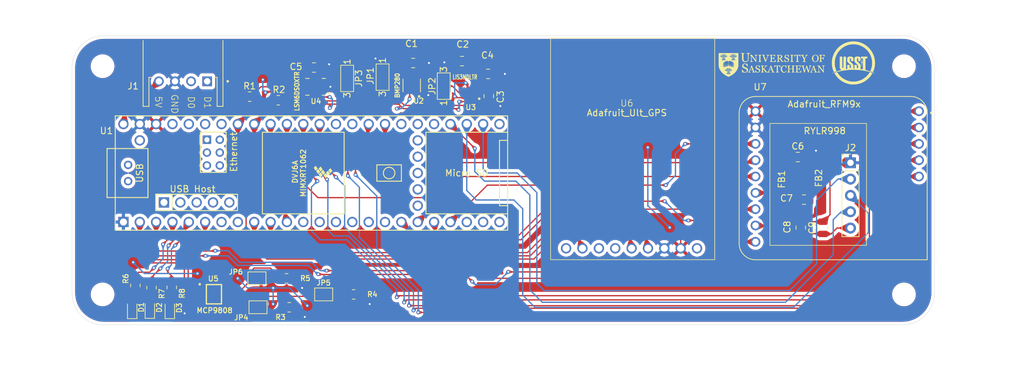
<source format=kicad_pcb>
(kicad_pcb (version 20240108) (generator "pcbnew") (generator_version "8.0")
  (layers (0 "F.Cu" signal) (31 "B.Cu" power) (34 "B.Paste" user) (35 "F.Paste" user) (36 "B.SilkS" user "B.Silkscreen") (37 "F.SilkS" user "F.Silkscreen") (38 "B.Mask" user) (39 "F.Mask" user) (44 "Edge.Cuts" user))
  (net 0 "")
  (net 1 "GND")
  (net 2 "VDD")
  (net 3 "Net-(U3-C1)")
  (net 6 "Net-(JP1-C)")
  (net 7 "Net-(JP2-C)")
  (net 8 "Net-(JP3-C)")
  (net 9 "/SCL")
  (net 10 "/SDA")
  (net 15 "Net-(JP4-A)")
  (net 17 "Net-(J2-Pin_5)")
  (net 20 "/GPS_TX")
  (net 23 "Net-(JP5-A)")
  (net 25 "/RADIO2_RX")
  (net 26 "/RADIO2_RST")
  (net 31 "Net-(JP6-A)")
  (net 35 "/RADIO_RST")
  (net 36 "/RADIO_G5")
  (net 37 "/RADIO_G1")
  (net 38 "/RADIO_EN")
  (net 46 "/RADIO_G2")
  (net 48 "/GPS_RX")
  (net 52 "/RADIO_G3")
  (net 54 "/GPS_EN")
  (net 57 "/RADIO_G0")
  (net 60 "/RADIO_CS")
  (net 65 "/5V_VIN")
  (net 67 "/RADIO_G4")
  (net 70 "/MAG_DRDY")
  (net 71 "/MAG_INT")
  (net 72 "/IMU_INT2")
  (net 75 "/IMU_INT1")
  (net 80 "/SPI_MOSI")
  (net 81 "/SPI_MISO")
  (net 82 "/SPI_SCK")
  (net 83 "/T_ALERT")
  (net 84 "/RADIO2_TX")
  (net 85 "Net-(D1-A)")
  (net 86 "Net-(D2-A)")
  (net 87 "Net-(D3-A)")
  (net 88 "/LED0")
  (net 89 "/LED1")
  (net 90 "/LED2")
  (footprint "MountingHole:MountingHole_3.2mm_M3" (layer "F.Cu") (at 106 42.5)
    (property "Reference" "H1")
    (property "Value" "MountingHole" (hide yes))
  )
  (footprint "Resistor_SMD:R_0805_2012Metric" (layer "F.Cu") (at 134.5875 75.5)
    (property "Reference" "R5")
    (property "Value" "10k")
  )
  (footprint "USST_logo:USST_logo_Small" (layer "F.Cu") (at 222.65 42)
    (property "Reference" "G***" (hide yes))
    (property "Value" "LOGO" (hide yes))
  )
  (footprint "LED_SMD:LED_0603_1608Metric" (layer "F.Cu") (at 116.45 80.2875 90)
    (property "Reference" "D3")
    (property "Value" "LED" (hide yes))
  )
  (footprint "Capacitor_SMD:C_0805_2012Metric" (layer "F.Cu") (at 161.85 41.7 180)
    (property "Reference" "C2")
    (property "Value" "100nF")
  )
  (footprint "custom_library:Adafuit_RFM9x" (layer "F.Cu") (at 219.5 59.914)
    (property "Reference" "U7")
    (property "Value" "Adafruit_RFM9x")
  )
  (footprint "custom_library:Teensy41" (layer "F.Cu") (at 138.45 59.12)
    (property "Reference" "U1")
    (property "Value" "Teensy4.1")
  )
  (footprint "Resistor_SMD:R_0805_2012Metric" (layer "F.Cu") (at 133.3 47.8)
    (property "Reference" "R2")
    (property "Value" "4k7")
  )
  (footprint "Capacitor_SMD:C_0805_2012Metric" (layer "F.Cu") (at 217.92 67.64 90)
    (property "Reference" "C9")
    (property "Value" "47pF")
  )
  (footprint "Jumper:SolderJumper-2_P1.3mm_Open_Pad1.0x1.5mm" (layer "F.Cu") (at 130.15 80)
    (property "Reference" "JP4")
    (property "Value" "SolderJumper_2_Open" (hide yes))
  )
  (footprint "Resistor_SMD:R_0805_2012Metric" (layer "F.Cu") (at 145 78)
    (property "Reference" "R4")
    (property "Value" "10k")
  )
  (footprint "custom_library:LSM6DSOXTR" (layer "F.Cu") (at 139.1 45.71 180)
    (property "Reference" "U4")
    (property "Value" "LSM6DSOXTR")
  )
  (footprint "Resistor_SMD:R_0805_2012Metric" (layer "F.Cu") (at 111.1 76.6125 -90)
    (property "Reference" "R6")
    (property "Value" "10k" (hide yes))
  )
  (footprint "MountingHole:MountingHole_3.2mm_M3" (layer "F.Cu") (at 230.5 78)
    (property "Reference" "H4")
    (property "Value" "MountingHole" (hide yes))
  )
  (footprint "Capacitor_SMD:C_0805_2012Metric" (layer "F.Cu") (at 214.47 67.61 90)
    (property "Reference" "C8")
    (property "Value" "0.1uF")
  )
  (footprint "Capacitor_SMD:C_0805_2012Metric" (layer "F.Cu") (at 165.9 43.7)
    (property "Reference" "C4")
    (property "Value" "100nF")
  )
  (footprint "Resistor_SMD:R_0805_2012Metric" (layer "F.Cu") (at 128.8475 47.24)
    (property "Reference" "R1")
    (property "Value" "4k7")
  )
  (footprint "Capacitor_SMD:C_0805_2012Metric" (layer "F.Cu") (at 166 47.15 -90)
    (property "Reference" "C3")
    (property "Value" "1uF")
  )
  (footprint "Jumper:SolderJumper-3_P1.3mm_Open_Pad1.0x1.5mm_NumberLabels" (layer "F.Cu") (at 144 44.4 -90)
    (property "Reference" "JP3")
    (property "Value" "SolderJumper_3_Open" (hide yes))
  )
  (footprint "MountingHole:MountingHole_3.2mm_M3" (layer "F.Cu") (at 230.5 42.5)
    (property "Reference" "H3")
    (property "Value" "MountingHole" (hide yes))
  )
  (footprint "Resistor_SMD:R_0805_2012Metric" (layer "F.Cu") (at 113.6 76.95 -90)
    (property "Reference" "R7")
    (property "Value" "10k" (hide yes))
  )
  (footprint "LED_SMD:LED_0603_1608Metric" (layer "F.Cu") (at 110.6 80.2875 90)
    (property "Reference" "D1")
    (property "Value" "LED" (hide yes))
  )
  (footprint "custom_library:Adafruit_Ult_GPS" (layer "F.Cu") (at 175.6 38.1)
    (property "Reference" "U6")
    (property "Value" "Adafruit_Ult_GPS")
  )
  (footprint "Capacitor_SMD:C_0805_2012Metric" (layer "F.Cu") (at 214.01 56.63)
    (property "Reference" "C6")
    (property "Value" "10uF")
  )
  (footprint "Inductor_SMD:L_0402_1005Metric" (layer "F.Cu") (at 212.96 60.1 -90)
    (property "Reference" "FB1")
    (property "Value" "FerriteBead" (hide yes))
  )
  (footprint "MountingHole:MountingHole_3.2mm_M3" (layer "F.Cu") (at 106 78)
    (property "Reference" "H2")
    (property "Value" "MountingHole" (hide yes))
  )
  (footprint "Capacitor_SMD:C_0805_2012Metric" (layer "F.Cu") (at 138.85 42.7 180)
    (property "Reference" "C5")
    (property "Value" "100nF")
  )
  (footprint "USST_logo:usask_logo_15x3.4_silkscreen" (layer "F.Cu") (at 209.95 42.3)
    (property "Reference" "G***" (hide yes))
    (property "Value" "LOGO" (hide yes))
  )
  (footprint "custom_library:LIS3MDLTR" (layer "F.Cu") (at 162.95 46.7375 180)
    (property "Reference" "U3")
    (property "Value" "LIS3MDLTR")
  )
  (footprint "Jumper:SolderJumper-3_P1.3mm_Open_Pad1.0x1.5mm_NumberLabels" (layer "F.Cu") (at 159 45.6 90)
    (property "Reference" "JP2")
    (property "Value" "SolderJumper_3_Open" (hide yes))
  )
  (footprint "custom_library:BMP280" (layer "F.Cu") (at 154.025 45.5 -90)
    (property "Reference" "U2")
    (property "Value" "BMP280")
  )
  (footprint "Capacitor_SMD:C_0805_2012Metric" (layer "F.Cu") (at 214.97 63.26)
    (property "Reference" "C7")
    (property "Value" "10uF")
  )
  (footprint "Jumper:SolderJumper-2_P1.3mm_Open_Pad1.0x1.5mm" (layer "F.Cu") (at 129.975 75.5)
    (property "Reference" "JP6")
    (property "Value" "SolderJumper_2_Open" (hide yes))
  )
  (footprint "Resistor_SMD:R_0805_2012Metric" (layer "F.Cu") (at 116.75 76.9125 -90)
    (property "Reference" "R8")
    (property "Value" "10k" (hide yes))
  )
  (footprint "custom_library:MCP9808T-E_MS" (layer "F.Cu") (at 123.3 77.975)
    (property "Reference" "U5")
    (property "Value" "MCP9808")
  )
  (footprint "Connector_PinHeader_2.54mm:PinHeader_1x05_P2.54mm_Vertical" (layer "F.Cu") (at 222.19 57.52)
    (property "Reference" "J2")
    (property "Value" "Conn_01x05_Pin" (hide yes))
  )
  (footprint "Resistor_SMD:R_0805_2012Metric" (layer "F.Cu") (at 135 80)
    (property "Reference" "R3")
    (property "Value" "10k")
  )
  (footprint "Inductor_SMD:L_0402_1005Metric" (layer "F.Cu") (at 215.92 59.76 90)
    (property "Reference" "FB2")
    (property "Value" "FerriteBead" (hide yes))
  )
  (footprint "Capacitor_SMD:C_0805_2012Metric" (layer "F.Cu") (at 154.25 42)
    (property "Reference" "C1")
    (property "Value" "100nF")
  )
  (footprint "Jumper:SolderJumper-3_P1.3mm_Open_Pad1.0x1.5mm_NumberLabels" (layer "F.Cu") (at 149.5 44.2 -90)
    (property "Reference" "JP1")
    (property "Value" "SolderJumper_3_Open" (hide yes))
  )
  (footprint "custom_library:JST_S4B-XH-A-1" (layer "F.Cu") (at 118.5 43 180)
    (property "Reference" "J1")
    (property "Value" "JST_S4B-XH-A-1")
  )
  (footprint "Jumper:SolderJumper-2_P1.3mm_Open_Pad1.0x1.5mm" (layer "F.Cu") (at 140.35 78)
    (property "Reference" "JP5")
    (property "Value" "SolderJumper_2_Open" (hide yes))
  )
  (footprint "LED_SMD:LED_0603_1608Metric" (layer "F.Cu") (at 113.35 80.2375 90)
    (property "Reference" "D2")
    (property "Value" "LED" (hide yes))
  )
  (gr_rect (start 209.67 51.41) (end 224.68 70.37) (stroke (width 0.1)) (fill none) (layer "F.SilkS"))
  (gr_line (start 106.25 37.75) (end 230.25 37.75) (stroke (width 0.05)) (layer "Edge.Cuts"))
  (gr_arc (start 106.25 82.75) (mid 102.714466 81.285534) (end 101.25 77.75) (stroke (width 0.05)) (layer "Edge.Cuts"))
  (gr_arc (start 101.25 42.75) (mid 102.714466 39.214466) (end 106.25 37.75) (stroke (width 0.05)) (layer "Edge.Cuts"))
  (gr_arc (start 230.25 37.75) (mid 233.785534 39.214466) (end 235.25 42.75) (stroke (width 0.05)) (layer "Edge.Cuts"))
  (gr_line (start 101.25 77.75) (end 101.25 42.75) (stroke (width 0.05)) (layer "Edge.Cuts"))
  (gr_line (start 230.25 82.75) (end 106.25 82.75) (stroke (width 0.05)) (layer "Edge.Cuts"))
  (gr_arc (start 235.25 77.75) (mid 233.785534 81.285534) (end 230.25 82.75) (stroke (width 0.05)) (layer "Edge.Cuts"))
  (gr_line (start 235.25 42.75) (end 235.25 77.75) (stroke (width 0.05)) (layer "Edge.Cuts"))
  (gr_text "5V" (at 114.1 47.1 -90) (layer "F.SilkS") (effects (font (size 1 1) (thickness 0.1)) (justify left bottom)))
  (gr_text "D0" (at 119.18 47.1 270) (layer "F.SilkS") (effects (font (size 1 1) (thickness 0.1)) (justify left bottom)))
  (gr_text "RYLR998" (at 214.83 53.15 0) (layer "F.SilkS") (effects (font (size 1 1)) (justify left bottom)))
  (gr_text "GND" (at 116.6 46.8 270) (layer "F.SilkS") (effects (font (size 1 1) (thickness 0.1)) (justify left bottom)))
  (gr_text "D1" (at 121.72 47.1 270) (layer "F.SilkS") (effects (font (size 1 1) (thickness 0.1)) (justify left bottom)))
  (segment (start 167.2 48.1) (end 167.8 48.7) (width 0.2) (layer "F.Cu") (net 1))
  (segment (start 216.83 55.64) (end 216.9 55.64) (width 0.2) (layer "F.Cu") (net 1))
  (segment (start 214.47 66.59) (end 215.92 65.14) (width 0.2) (layer "F.Cu") (net 1))
  (segment (start 219.01 65.61) (end 219.01 58.73) (width 0.2) (layer "F.Cu") (net 1))
  (segment (start 140.3 42.2) (end 141.2 42.2) (width 0.2) (layer "F.Cu") (net 1))
  (segment (start 155.2 43.1) (end 155.2 42) (width 0.2) (layer "F.Cu") (net 1))
  (segment (start 140.26 45.46) (end 141.16 45.46) (width 0.2) (layer "F.Cu") (net 1))
  (segment (start 219.01 58.73) (end 220.22 57.52) (width 0.2) (layer "F.Cu") (net 1))
  (segment (start 155 46.3) (end 155.9 46.3) (width 0.2) (layer "F.Cu") (net 1))
  (segment (start 214.5 66.69) (end 214.47 66.66) (width 0.2) (layer "F.Cu") (net 1))
  (segment (start 140.26 45.96) (end 141.14 45.96) (width 0.2) (layer "F.Cu") (net 1))
  (segment (start 217.93 66.69) (end 219.01 65.61) (width 0.2) (layer "F.Cu") (net 1))
  (segment (start 166 48.1) (end 167.2 48.1) (width 0.2) (layer "F.Cu") (net 1))
  (segment (start 163.7125 46.9875) (end 164.8875 46.9875) (width 0.2) (layer "F.Cu") (net 1))
  (segment (start 166.85 43.7) (end 168.5 43.7) (width 0.2) (layer "F.Cu") (net 1))
  (segment (start 135.9125 80) (end 137.4125 81.5) (width 0.2) (layer "F.Cu") (net 1))
  (segment (start 118.75 80.95) (end 120.75 78.95) (width 0.2) (layer "F.Cu") (net 1))
  (segment (start 155.2 42) (end 156.7 42) (width 0.2) (layer "F.Cu") (net 1))
  (segment (start 215.95 55.64) (end 216.83 55.64) (width 0.2) (layer "F.Cu") (net 1))
  (segment (start 141.16 45.46) (end 141.4 45.7) (width 0.2) (layer "F.Cu") (net 1))
  (segment (start 217.92 66.69) (end 214.5 66.69) (width 0.2) (layer "F.Cu") (net 1))
  (segment (start 142.1 43.1) (end 141.2 42.2) (width 0.2) (layer "F.Cu") (net 1))
  (segment (start 215.92 65.14) (end 215.92 63.26) (width 0.2) (layer "F.Cu") (net 1))
  (segment (start 144 43.1) (end 142.1 43.1) (width 0.2) (layer "F.Cu") (net 1))
  (segment (start 217.92 66.69) (end 217.93 66.69) (width 0.2) (layer "F.Cu") (net 1))
  (segment (start 163.2 47.0375) (end 163.25 46.9875) (width 0.2) (layer "F.Cu") (net 1))
  (segment (start 120.75 78.95) (end 121.1 78.95) (width 0.2) (layer "F.Cu") (net 1))
  (segment (start 141.14 45.96) (end 141.4 45.7) (width 0.2) (layer "F.Cu") (net 1))
  (segment (start 163.25 46.9875) (end 163.7125 46.9875) (width 0.2) (layer "F.Cu") (net 1))
  (segment (start 159.3 41.7) (end 159.1 41.9) (width 0.2) (layer "F.Cu") (net 1))
  (segment (start 139.1 44.2) (end 139.8 43.5) (width 0.2) (layer "F.Cu") (net 1))
  (segment (start 146 78) (end 147.5 79.5) (width 0.2) (layer "F.Cu") (net 1))
  (segment (start 149.5 42.9) (end 148.4 41.8) (width 0.2) (layer "F.Cu") (net 1))
  (segment (start 135.5 75.5) (end 137 77) (width 0.2) (layer "F.Cu") (net 1))
  (segment (start 214.96 58.315) (end 215.92 59.275) (width 0.2) (layer "F.Cu") (net 1))
  (segment (start 154.35 44.7) (end 154.35 43.95) (width 0.2) (layer "F.Cu") (net 1))
  (segment (start 148.4 41.8) (end 148.4 41.3) (width 0.2) (layer "F.Cu") (net 1))
  (segment (start 118.625 81.075) (end 116.45 81.075) (width 0.2) (layer "F.Cu") (net 1))
  (segment (start 220.22 57.52) (end 222.19 57.52) (width 0.2) (layer "F.Cu") (net 1))
  (segment (start 163.7125 46.4875) (end 163.7125 46.9875) (width 0.2) (layer "F.Cu") (net 1))
  (segment (start 139.8 42.7) (end 140.3 42.2) (width 0.2) (layer "F.Cu") (net 1))
  (segment (start 214.96 56.63) (end 214.96 58.315) (width 0.2) (layer "F.Cu") (net 1))
  (segment (start 138.6 44.8) (end 139.1 44.8) (width 0.2) (layer "F.Cu") (net 1))
  (segment (start 214.47 66.66) (end 214.47 66.59) (width 0.2) (layer "F.Cu") (net 1))
  (segment (start 215.92 63.26) (end 215.92 60.245) (width 0.2) (layer "F.Cu") (net 1))
  (segment (start 118.75 80.95) (end 118.625 81.075) (width 0.2) (layer "F.Cu") (net 1))
  (segment (start 214.96 56.63) (end 215.95 55.64) (width 0.2) (layer "F.Cu") (net 1))
  (segment (start 113.35 81.025) (end 116.4 81.025) (width 0.2) (layer "F.Cu") (net 1))
  (segment (start 139.8 43.5) (end 139.8 42.7) (width 0.2) (layer "F.Cu") (net 1))
  (segment (start 159.7 47) (end 156.6 47) (width 0.2) (layer "F.Cu") (net 1))
  (segment (start 116.4 81.025) (end 116.45 81.075) (width 0.2) (layer "F.Cu") (net 1))
  (segment (start 163.2 47.5) (end 163.2 47.0375) (width 0.2) (layer "F.Cu") (net 1))
  (segment (start 154.35 43.95) (end 155.2 43.1) (width 0.2) (layer "F.Cu") (net 1))
  (segment (start 160.9 41.7) (end 159.3 41.7) (width 0.2) (layer "F.Cu") (net 1))
  (segment (start 139.1 44.8) (end 139.1 44.2) (width 0.2) (layer "F.Cu") (net 1))
  (segment (start 155.9 46.3) (end 156.6 47) (width 0.2) (layer "F.Cu") (net 1))
  (segment (start 113.3 81.075) (end 113.35 81.025) (width 0.2) (layer "F.Cu") (net 1))
  (segment (start 164.8875 46.9875) (end 166 48.1) (width 0.2) (layer "F.Cu") (net 1))
  (segment (start 110.6 81.075) (end 113.3 81.075) (width 0.2) (layer "F.Cu") (net 1))
  (via (at 137.4125 81.5) (size 0.6) (drill 0.3) (layers "F.Cu" "B.Cu") (net 1))
  (via (at 167.8 48.7) (size 0.6) (drill 0.3) (layers "F.Cu" "B.Cu") (net 1))
  (via (at 148.4 41.3) (size 0.6) (drill 0.3) (layers "F.Cu" "B.Cu") (net 1))
  (via (at 216.83 55.64) (size 0.6) (drill 0.3) (layers "F.Cu" "B.Cu") (net 1))
  (via (at 118.75 80.95) (size 0.6) (drill 0.3) (layers "F.Cu" "B.Cu") (net 1))
  (via (at 159.1 41.9) (size 0.6) (drill 0.3) (layers "F.Cu" "B.Cu") (net 1))
  (via (at 156.6 47) (size 0.6) (drill 0.3) (layers "F.Cu" "B.Cu") (net 1))
  (via (at 156.7 42) (size 0.6) (drill 0.3) (layers "F.Cu" "B.Cu") (net 1))
  (via (at 137 77) (size 0.6) (drill 0.3) (layers "F.Cu" "B.Cu") (net 1))
  (via (at 147.5 79.5) (size 0.6) (drill 0.3) (layers "F.Cu" "B.Cu") (net 1))
  (via (at 141.2 42.2) (size 0.6) (drill 0.3) (layers "F.Cu" "B.Cu") (net 1))
  (via (at 141.4 45.7) (size 0.6) (drill 0.3) (layers "F.Cu" "B.Cu") (net 1))
  (via (at 168.5 43.7) (size 0.6) (drill 0.3) (layers "F.Cu" "B.Cu") (net 1))
  (segment (start 155 45.3) (end 155 44.7) (width 0.2) (layer "F.Cu") (net 2))
  (segment (start 155 44.7) (end 156.65 44.7) (width 0.2) (layer "F.Cu") (net 2))
  (segment (start 138.6 47.1) (end 138.4 47.3) (width 0.2) (layer "F.Cu") (net 2))
  (segment (start 138.6 46.62) (end 138.6 47.1) (width 0.2) (layer "F.Cu") (net 2))
  (segment (start 161.8 47.4) (end 161.8875 47.4875) (width 0.2) (layer "F.Cu") (net 2))
  (segment (start 125.5 77) (end 126.6 77) (width 0.2) (layer "F.Cu") (net 2))
  (segment (start 153.7 45.35) (end 154.35 46) (width 0.2) (layer "F.Cu") (net 2))
  (segment (start 212.96 56.73) (end 213.06 56.63) (width 0.2) (layer "F.Cu") (net 2))
  (segment (start 160.9 47.4) (end 161.8 47.4) (width 0.2) (layer "F.Cu") (net 2))
  (segment (start 161.8875 47.4875) (end 162.1875 47.4875) (width 0.2) (layer "F.Cu") (net 2))
  (segment (start 160.7 47.2) (end 160.9 47.4) (width 0.2) (layer "F.Cu") (net 2))
  (segment (start 138.4 47.3) (end 137.3 47.3) (width 0.2) (layer "F.Cu") (net 2))
  (segment (start 195.81 69.3) (end 194.105 67.595) (width 0.2) (layer "F.Cu") (net 2))
  (segment (start 154.35 46) (end 154.35 46.3) (width 0.2) (layer "F.Cu") (net 2))
  (segment (start 127.1 75.6) (end 127 75.5) (width 0.2) (layer "F.Cu") (net 2))
  (segment (start 139.6 45.4) (end 139.6 44.8) (width 0.2) (layer "F.Cu") (net 2))
  (segment (start 126.6 77) (end 127.1 76.5) (width 0.2) (layer "F.Cu") (net 2))
  (segment (start 138.94 45.7) (end 139.3 45.7) (width 0.2) (layer "F.Cu") (net 2))
  (segment (start 127.1 76.5) (end 127.1 75.6) (width 0.2) (layer "F.Cu") (net 2))
  (segment (start 131 75.5) (end 132.5 77) (width 0.2) (layer "F.Cu") (net 2))
  (segment (start 138.6 46.04) (end 138.94 45.7) (width 0.2) (layer "F.Cu") (net 2))
  (segment (start 137.94 44.96) (end 137.94 42.74) (width 0.2) (layer "F.Cu") (net 2))
  (segment (start 130.625 75.5) (end 131 75.5) (width 0.2) (layer "F.Cu") (net 2))
  (segment (start 132 80) (end 132.5 79.5) (width 0.2) (layer "F.Cu") (net 2))
  (segment (start 138.6 46.62) (end 138.6 46.04) (width 0.2) (layer "F.Cu") (net 2))
  (segment (start 157.05 44.3) (end 159 44.3) (width 0.2) (layer "F.Cu") (net 2))
  (segment (start 130.8 80) (end 132 80) (width 0.2) (layer "F.Cu") (net 2))
  (segment (start 136.7 46.7) (end 136.7 46.1) (width 0.2) (layer "F.Cu") (net 2))
  (segment (start 194.105 67.595) (end 194.01 67.5) (width 0.2) (layer "F.Cu") (net 2))
  (segment (start 137.94 42.74) (end 137.9 42.7) (width 0.2) (layer "F.Cu") (net 2))
  (segment (start 195.81 70.83) (end 195.81 69.3) (width 0.2) (layer "F.Cu") (net 2))
  (segment (start 154.35 45.95) (end 155 45.3) (width 0.2) (layer "F.Cu") (net 2))
  (segment (start 156.65 44.7) (end 157.05 44.3) (width 0.2) (layer "F.Cu") (net 2))
  (segment (start 154.35 46.3) (end 154.35 45.95) (width 0.2) (layer "F.Cu") (net 2))
  (segment (start 153.7 44.7) (end 153.7 45.35) (width 0.2) (layer "F.Cu") (net 2))
  (segment (start 126.95 75.45) (end 127 75.5) (width 0.2) (layer "F.Cu") (net 2))
  (segment (start 137.3 47.3) (end 136.7 46.7) (width 0.2) (layer "F.Cu") (net 2))
  (segment (start 162.7 45.4) (end 162.4 45.1) (width 0.2) (layer "F.Cu") (net 2))
  (segment (start 162.7 45.975) (end 162.7 45.4) (width 0.2) (layer "F.Cu") (net 2))
  (segment (start 212.96 59.615) (end 212.96 56.73) (width 0.2) (layer "F.Cu") (net 2))
  (segment (start 162.7 45.975) (end 163.2 45.975) (width 0.2) (layer "F.Cu") (net 2))
  (segment (start 139.3 45.7) (end 139.6 45.4) (width 0.2) (layer "F.Cu") (net 2))
  (via (at 120.75 74.75) (size 0.6) (drill 0.3) (layers "F.Cu" "B.Cu") (net 2))
  (via (at 160.7 47.2) (size 0.6) (drill 0.3) (layers "F.Cu" "B.Cu") (net 2))
  (via (at 127 75.5) (size 0.6) (drill 0.3) (layers "F.Cu" "B.Cu") (net 2))
  (via (at 162.4 45.1) (size 0.6) (drill 0.3) (layers "F.Cu" "B.Cu") (net 2))
  (via (at 132.5 79.5) (size 0.6) (drill 0.3) (layers "F.Cu" "B.Cu") (net 2))
  (via (at 137.8 79.75) (size 0.6) (drill 0.3) (layers "F.Cu" "B.Cu") (net 2))
  (via (at 131.3 46.6) (size 0.6) (drill 0.3) (layers "F.Cu" "B.Cu") (net 2))
  (via (at 132.5 77) (size 0.6) (drill 0.3) (layers "F.Cu" "B.Cu") (net 2))
  (via (at 110.75 73) (size 0.6) (drill 0.3) (layers "F.Cu" "B.Cu") (net 2))
  (via (at 190.71 55.13) (size 0.6) (drill 0.3) (layers "F.Cu" "B.Cu") (net 2))
  (via (at 130.9 44.6) (size 0.6) (drill 0.3) (layers "F.Cu" "B.Cu") (net 2))
  (via (at 194.105 67.595) (size 0.6) (drill 0.3) (layers "F.Cu" "B.Cu") (net 2))
  (segment (start 160.7 45.1) (end 162.4 45.1) (width 0.2) (layer "B.Cu") (net 2))
  (segment (start 135.05 77) (end 132.5 77) (width 0.2) (layer "B.Cu") (net 2))
  (segment (start 194.105 67.595) (end 190.76 64.25) (width 0.2) (layer "B.Cu") (net 2))
  (segment (start 130.9 46.2) (end 131.3 46.6) (width 0.2) (layer "B.Cu") (net 2))
  (segment (start 137.8 79.75) (end 135.05 77) (width 0.2) (layer "B.Cu") (net 2))
  (segment (start 190.76 64.25) (end 190.71 64.25) (width 0.2) (layer "B.Cu") (net 2))
  (segment (start 132.5 77) (end 132.5 79.5) (width 0.2) (layer "B.Cu") (net 2))
  (segment (start 128.5 77) (end 132.5 77) (width 0.2) (layer "B.Cu") (net 2))
  (segment (start 127 75.5) (end 128.5 77) (width 0.2) (layer "B.Cu") (net 2))
  (segment (start 112.5 74.75) (end 120.75 74.75) (width 0.2) (layer "B.Cu") (net 2))
  (segment (start 190.71 64.25) (end 190.71 55.13) (width 0.2) (layer "B.Cu") (net 2))
  (segment (start 110.75 73) (end 112.5 74.75) (width 0.2) (layer "B.Cu") (net 2))
  (segment (start 130.9 44.6) (end 130.9 46.2) (width 0.2) (layer "B.Cu") (net 2))
  (segment (start 160.7 47.2) (end 160.7 45.1) (width 0.2) (layer "B.Cu") (net 2))
  (segment (start 163.7125 45.9875) (end 163.7125 45.2125) (width 0.2) (layer "F.Cu") (net 3))
  (segment (start 163.7125 45.2125) (end 162.8 44.3) (width 0.2) (layer "F.Cu") (net 3))
  (segment (start 162.8 44.3) (end 162.8 41.7) (width 0.2) (layer "F.Cu") (net 3))
  (segment (start 151.8 44.7) (end 151.3 44.2) (width 0.2) (layer "F.Cu") (net 6))
  (segment (start 151.3 44.2) (end 149.5 44.2) (width 0.2) (layer "F.Cu") (net 6))
  (segment (start 153.05 44.7) (end 151.8 44.7) (width 0.2) (layer "F.Cu") (net 6))
  (segment (start 160.3375 45.6) (end 159 45.6) (width 0.2) (layer "F.Cu") (net 7))
  (segment (start 162.1875 46.9875) (end 161.725 46.9875) (width 0.2) (layer "F.Cu") (net 7))
  (segment (start 161.725 46.9875) (end 160.3375 45.6) (width 0.2) (layer "F.Cu") (net 7))
  (segment (start 140.26 46.46) (end 141.62 46.46) (width 0.2) (layer "F.Cu") (net 8))
  (segment (start 141.62 46.46) (end 142.25 45.83) (width 0.2) (layer "F.Cu") (net 8))
  (segment (start 142.25 45.83) (end 142.25 44.86) (width 0.2) (layer "F.Cu") (net 8))
  (segment (start 142.25 44.86) (end 142.71 44.4) (width 0.2) (layer "F.Cu") (net 8))
  (segment (start 142.71 44.4) (end 144 44.4) (width 0.2) (layer "F.Cu") (net 8))
  (segment (start 111.1 63.9) (end 115 60) (width 0.2) (layer "F.Cu") (net 9))
  (segment (start 118.7 76.55) (end 118.7 73.95) (width 0.2) (layer "F.Cu") (net 9))
  (segment (start 153.05 46.95) (end 153.05 46.3) (width 0.2) (layer "F.Cu") (net 9))
  (segment (start 127.02 58.98) (end 127.02 51.5) (width 0.2) (layer "F.Cu") (net 9))
  (segment (start 106.8 63.9) (end 111.1 63.9) (width 0.2) (layer "F.Cu") (net 9))
  (segment (start 130.6 45.7) (end 129.76 46.54) (width 0.2) (layer "F.Cu") (net 9))
  (segment (start 117.85 73.1) (end 113.35 73.1) (width 0.2) (layer "F.Cu") (net 9))
  (segment (start 119.8 77.65) (end 118.7 76.55) (width 0.2) (layer "F.Cu") (net 9))
  (segment (start 107 69.55) (end 105.8 68.35) (width 0.2) (layer "F.Cu") (net 9))
  (segment (start 109.8 69.55) (end 107 69.55) (width 0.2) (layer "F.Cu") (net 9))
  (segment (start 152.1 47.9) (end 153.05 46.95) (width 0.2) (layer "F.Cu") (net 9))
  (segment (start 127.02 51.48) (end 129.76 48.74) (width 0.2) (layer "F.Cu") (net 9))
  (segment (start 105.8 68.35) (end 105.8 64.9) (width 0.2) (layer "F.Cu") (net 9))
  (segment (start 121.1 77.65) (end 119.8 77.65) (width 0.2) (layer "F.Cu") (net 9))
  (segment (start 113.35 73.1) (end 109.8 69.55) (width 0.2) (layer "F.Cu") (net 9))
  (segment (start 152.9 48.6) (end 163.1 48.6) (width 0.2) (layer "F.Cu") (net 9))
  (segment (start 152.2 47.9) (end 152 47.9) (width 0.2) (layer "F.Cu") (net 9))
  (segment (start 139.1 47.7) (end 138.9 47.9) (width 0.2) (layer "F.Cu") (net 9))
  (segment (start 129.76 48.74) (end 129.76 47.24) (width 0.2) (layer "F.Cu") (net 9))
  (segment (start 135 45.7) (end 130.6 45.7) (width 0.2) (layer "F.Cu") (net 9))
  (segment (start 129.76 46.54) (end 129.76 47.24) (width 0.2) (layer "F.Cu") (net 9))
  (segment (start 139.1 46.62) (end 139.1 47.7) (width 0.2) (layer "F.Cu") (net 9))
  (segment (start 152 47.9) (end 152.1 47.9) (width 0.2) (layer "F.Cu") (net 9))
  (segment (start 138.9 47.9) (end 152 47.9) (width 0.2) (layer "F.Cu") (net 9))
  (segment (start 126 60) (end 127.02 58.98) (width 0.2) (layer "F.Cu") (net 9))
  (segment (start 163.1 48.6) (end 163.7125 47.9875) (width 0.2) (layer "F.Cu") (net 9))
  (segment (start 137.2 47.9) (end 135 45.7) (width 0.2) (layer "F.Cu") (net 9))
  (segment (start 118.7 73.95) (end 117.85 73.1) (width 0.2) (layer "F.Cu") (net 9))
  (segment (start 105.8 64.9) (end 106.8 63.9) (width 0.2) (layer "F.Cu") (net 9))
  (segment (start 138.9 47.9) (end 137.2 47.9) (width 0.2) (layer "F.Cu") (net 9))
  (segment (start 127.02 51.5) (end 127.02 51.48) (width 0.2) (layer "F.Cu") (net 9))
  (segment (start 115 60) (end 126 60) (width 0.2) (layer "F.Cu") (net 9))
  (segment (start 163.7125 47.9875) (end 163.7125 47.4875) (width 0.2) (layer "F.Cu") (net 9))
  (segment (start 152.9 48.6) (end 152.2 47.9) (width 0.2) (layer "F.Cu") (net 9))
  (segment (start 115.2 60.5) (end 111.3 64.4) (width 0.2) (layer "F.Cu") (net 10))
  (segment (start 161.1 49.1) (end 161.3 49.3) (width 0.2) (layer "F.Cu") (net 10))
  (segment (start 134.8125 48.4) (end 141.3 48.4) (width 0.2) (layer "F.Cu") (net 10))
  (segment (start 111.3 64.4) (end 107.1 64.4) (width 0.2) (layer "F.Cu") (net 10))
  (segment (start 127.5 60.5) (end 115.2 60.5) (width 0.2) (layer "F.Cu") (net 10))
  (segment (start 152 48.4) (end 152.3 48.7) (width 0.2) (layer "F.Cu") (net 10))
  (segment (start 139.71 47.3) (end 141.3 47.3) (width 0.2) (layer "F.Cu") (net 10))
  (segment (start 119.3 73.75) (end 119.3 76.35) (width 0.2) (layer "F.Cu") (net 10))
  (segment (start 129.56 51.5) (end 131.56 49.5) (width 0.2) (layer "F.Cu") (net 10))
  (segment (start 131.56 49.5) (end 133.6 49.5) (width 0.2) (layer "F.Cu") (net 10))
  (segment (start 119.95 77) (end 121.1 77) (width 0.2) (layer "F.Cu") (net 10))
  (segment (start 141.3 48.4) (end 152 48.4) (width 0.2) (layer "F.Cu") (net 10))
  (segment (start 107.3 69.05) (end 110.05 69.05) (width 0.2) (layer "F.Cu") (net 10))
  (segment (start 153.7 47.6) (end 153.7 46.3) (width 0.2) (layer "F.Cu") (net 10))
  (segment (start 162.7 47.5) (end 162.7 47.9375) (width 0.2) (layer "F.Cu") (net 10))
  (segment (start 106.45 65.05) (end 106.45 68.2) (width 0.2) (layer "F.Cu") (net 10))
  (segment (start 113.6 72.6) (end 118.15 72.6) (width 0.2) (layer "F.Cu") (net 10))
  (segment (start 151.7 49.1) (end 151.9 49.1) (width 0.2) (layer "F.Cu") (net 10))
  (segment (start 134.2125 48.8875) (end 134.2125 47.8) (width 0.2) (layer "F.Cu") (net 10))
  (segment (start 107.1 64.4) (end 106.45 65.05) (width 0.2) (layer "F.Cu") (net 10))
  (segment (start 161 49.1) (end 161.1 49.1) (width 0.2) (layer "F.Cu") (net 10))
  (segment (start 151.9 49.1) (end 152.3 48.7) (width 0.2) (layer "F.Cu") (net 10))
  (segment (start 162.7 47.9375) (end 162.6375 48) (width 0.2) (layer "F.Cu") (net 10))
  (segment (start 134.2125 47.8) (end 134.8125 48.4) (width 0.2) (layer "F.Cu") (net 10))
  (segment (start 133.6 49.5) (end 134.2125 48.8875) (width 0.2) (layer "F.Cu") (net 10))
  (segment (start 106.45 68.2) (end 107.3 69.05) (width 0.2) (layer "F.Cu") (net 10))
  (segment (start 139.6 46.62) (end 139.6 47.19) (width 0.2) (layer "F.Cu") (net 10))
  (segment (start 152.7 49.1) (end 161 49.1) (width 0.2) (layer "F.Cu") (net 10))
  (segment (start 139.6 47.19) (end 139.71 47.3) (width 0.2) (layer "F.Cu") (net 10))
  (segment (start 110.05 69.05) (end 113.6 72.6) (width 0.2) (layer "F.Cu") (net 10))
  (segment (start 129.56 58.44) (end 127.5 60.5) (width 0.2) (layer "F.Cu") (net 10))
  (segment (start 129.56 51.5) (end 129.56 58.44) (width 0.2) (layer "F.Cu") (net 10))
  (segment (start 152.3 48.7) (end 152.7 49.1) (width 0.2) (layer "F.Cu") (net 10))
  (segment (start 118.15 72.6) (end 119.3 73.75) (width 0.2) (layer "F.Cu") (net 10))
  (segment (start 119.3 76.35) (end 119.95 77) (width 0.2) (layer "F.Cu") (net 10))
  (segment (start 141.3 48.4) (end 141.3 49) (width 0.2) (layer "F.Cu") (net 10))
  (segment (start 162.6375 48) (end 161.4 48) (width 0.2) (layer "F.Cu") (net 10))
  (via (at 161.3 49.3) (size 0.6) (drill 0.3) (layers "F.Cu" "B.Cu") (net 10))
  (via (at 141.3 47.3) (size 0.6) (drill 0.3) (layers "F.Cu" "B.Cu") (net 10))
  (via (at 151.7 49.1) (size 0.6) (drill 0.3) (layers "F.Cu" "B.Cu") (net 10))
  (via (at 141.3 49) (size 0.6) (drill 0.3) (layers "F.Cu" "B.Cu") (net 10))
  (via (at 161.4 48) (size 0.6) (drill 0.3) (layers "F.Cu" "B.Cu") (net 10))
  (via (at 153.7 47.6) (size 0.6) (drill 0.3) (layers "F.Cu" "B.Cu") (net 10))
  (segment (start 141.3 49) (end 141.7 48.6) (width 0.2) (layer "B.Cu") (net 10))
  (segment (start 151.7 49.1) (end 152.4 49.1) (width 0.2) (layer "B.Cu") (net 10))
  (segment (start 141.7 47.6) (end 141.4 47.3) (width 0.2) (layer "B.Cu") (net 10))
  (segment (start 141.4 47.3) (end 141.3 47.3) (width 0.2) (layer "B.Cu") (net 10))
  (segment (start 153.7 47.8) (end 153.7 47.6) (width 0.2) (layer "B.Cu") (net 10))
  (segment (start 152.4 49.1) (end 153.7 47.8) (width 0.2) (layer "B.Cu") (net 10))
  (segment (start 161.4 49.2) (end 161.3 49.3) (width 0.2) (layer "B.Cu") (net 10))
  (segment (start 161.4 48) (end 161.4 49.2) (width 0.2) (layer "B.Cu") (net 10))
  (segment (start 141.7 48.6) (end 141.7 47.6) (width 0.2) (layer "B.Cu") (net 10))
  (segment (start 129.5 80) (end 129.5 81.5) (width 0.2) (layer "F.Cu") (net 15))
  (segment (start 128.45 78.95) (end 129.5 80) (width 0.2) (layer "F.Cu") (net 15))
  (segment (start 125.5 78.95) (end 128.45 78.95) (width 0.2) (layer "F.Cu") (net 15))
  (segment (start 129.5 81.5) (end 132.175 81.5) (width 0.2) (layer "F.Cu") (net 15))
  (segment (start 132.175 81.5) (end 133.675 80) (width 0.2) (layer "F.Cu") (net 15))
  (segment (start 217.89 68.56) (end 217.92 68.59) (width 0.2) (layer "F.Cu") (net 17))
  (segment (start 213.01 64.27) (end 213.01 68.2) (width 0.2) (layer "F.Cu") (net 17))
  (segment (start 214.02 63.26) (end 213.01 64.27) (width 0.2) (layer "F.Cu") (net 17))
  (segment (start 213.37 68.56) (end 214.47 68.56) (width 0.2) (layer "F.Cu") (net 17))
  (segment (start 220.09 67.68) (end 219.18 68.59) (width 0.2) (layer "F.Cu") (net 17))
  (segment (start 214.02 61.645) (end 212.96 60.585) (width 0.2) (layer "F.Cu") (net 17))
  (segment (start 214.47 68.56) (end 217.89 68.56) (width 0.2) (layer "F.Cu") (net 17))
  (segment (start 219.18 68.59) (end 217.92 68.59) (width 0.2) (layer "F.Cu") (net 17))
  (segment (start 213.01 68.2) (end 213.37 68.56) (width 0.2) (layer "F.Cu") (net 17))
  (segment (start 214.02 63.26) (end 214.02 61.645) (width 0.2) (layer "F.Cu") (net 17))
  (segment (start 222.19 67.68) (end 220.09 67.68) (width 0.2) (layer "F.Cu") (net 17))
  (segment (start 175.834314 68.600001) (end 175.834314 68.6) (width 0.2) (layer "F.Cu") (net 20))
  (segment (start 187.1 68.6) (end 188.19 69.69) (width 0.2) (layer "F.Cu") (net 20))
  (segment (start 129.56 66.74) (end 129.56 69.56) (width 0.2) (layer "F.Cu") (net 20))
  (segment (start 172.434315 72) (end 175.834314 68.600001) (width 0.2) (layer "F.Cu") (net 20))
  (segment (start 132 72) (end 172.434315 72) (width 0.2) (layer "F.Cu") (net 20))
  (segment (start 188.19 69.69) (end 188.19 70.83) (width 0.2) (layer "F.Cu") (net 20))
  (segment (start 129.56 69.56) (end 132 72) (width 0.2) (layer "F.Cu") (net 20))
  (segment (start 175.834314 68.6) (end 187.1 68.6) (width 0.2) (layer "F.Cu") (net 20))
  (segment (start 143 80) (end 144.0875 78.9125) (width 0.2) (layer "F.Cu") (net 23))
  (segment (start 139.4 78.3) (end 139.7 78) (width 0.2) (layer "F.Cu") (net 23))
  (segment (start 139.7 79.2) (end 140.5 80) (width 0.2) (layer "F.Cu") (net 23))
  (segment (start 139.7 78) (end 139.7 79.2) (width 0.2) (layer "F.Cu") (net 23))
  (segment (start 125.5 78.3) (end 139.4 78.3) (width 0.2) (layer "F.Cu") (net 23))
  (segment (start 144.0875 78.9125) (end 144.0875 78) (width 0.2) (layer "F.Cu") (net 23))
  (segment (start 140.5 80) (end 143 80) (width 0.2) (layer "F.Cu") (net 23))
  (segment (start 171.27 64.69) (end 171.27 78.11) (width 0.2) (layer "B.Cu") (net 25))
  (segment (start 213.33 80.01) (end 224.98 68.36) (width 0.2) (layer "B.Cu") (net 25))
  (segment (start 224.98 68.36) (end 224.98 65.39) (width 0.2) (layer "B.Cu") (net 25))
  (segment (start 162.58 61.83) (end 164.06 63.31) (width 0.2) (layer "B.Cu") (net 25))
  (segment (start 173.17 80.01) (end 213.33 80.01) (width 0.2) (layer "B.Cu") (net 25))
  (segment (start 164.06 63.31) (end 169.89 63.31) (width 0.2) (layer "B.Cu") (net 25))
  (segment (start 162.58 51.5) (end 162.58 61.83) (width 0.2) (layer "B.Cu") (net 25))
  (segment (start 171.27 78.11) (end 173.17 80.01) (width 0.2) (layer "B.Cu") (net 25))
  (segment (start 169.89 63.31) (end 171.27 64.69) (width 0.2) (layer "B.Cu") (net 25))
  (segment (start 224.98 65.39) (end 222.19 62.6) (width 0.2) (layer "B.Cu") (net 25))
  (segment (start 160.04 51.5) (end 163.83 55.29) (width 0.2) (layer "F.Cu") (net 26))
  (via (at 163.83 55.29) (size 0.6) (drill 0.3) (layers "F.Cu" "B.Cu") (net 26))
  (segment (start 172.38 62.54) (end 172.38 77.3) (width 0.2) (layer "B.Cu") (net 26))
  (segment (start 165.33 60.38) (end 170.22 60.38) (width 0.2) (layer "B.Cu") (net 26))
  (segment (start 212.1 79.22) (end 219.51 71.81) (width 0.2) (layer "B.Cu") (net 26))
  (segment (start 163.83 58.88) (end 165.33 60.38) (width 0.2) (layer "B.Cu") (net 26))
  (segment (start 174.3 79.22) (end 212.1 79.22) (width 0.2) (layer "B.Cu") (net 26))
  (segment (start 172.38 77.3) (end 174.3 79.22) (width 0.2) (layer "B.Cu") (net 26))
  (segment (start 219.51 66.37) (end 220.74 65.14) (width 0.2) (layer "B.Cu") (net 26))
  (segment (start 219.51 71.81) (end 219.51 66.37) (width 0.2) (layer "B.Cu") (net 26))
  (segment (start 170.22 60.38) (end 172.38 62.54) (width 0.2) (layer "B.Cu") (net 26))
  (segment (start 220.74 65.14) (end 222.19 65.14) (width 0.2) (layer "B.Cu") (net 26))
  (segment (start 163.83 55.29) (end 163.83 58.88) (width 0.2) (layer "B.Cu") (net 26))
  (segment (start 129.325 74.125) (end 129.55 73.9) (width 0.2) (layer "F.Cu") (net 31))
  (segment (start 127.175 77.65) (end 129.325 75.5) (width 0.2) (layer "F.Cu") (net 31))
  (segment (start 129.325 75.5) (end 129.325 74.125) (width 0.2) (layer "F.Cu") (net 31))
  (segment (start 129.55 73.9) (end 132.075 73.9) (width 0.2) (layer "F.Cu") (net 31))
  (segment (start 132.075 73.9) (end 133.675 75.5) (width 0.2) (layer "F.Cu") (net 31))
  (segment (start 125.5 77.65) (end 127.175 77.65) (width 0.2) (layer "F.Cu") (net 31))
  (segment (start 207.435 69.82) (end 204.32 69.82) (width 0.2) (layer "F.Cu") (net 35))
  (segment (start 158.5 69) (end 170.467157 69) (width 0.2) (layer "F.Cu") (net 35))
  (segment (start 175.967157 63.5) (end 193.32 63.5) (width 0.2) (layer "F.Cu") (net 35))
  (segment (start 201 66.5) (end 197 66.5) (width 0.2) (layer "F.Cu") (net 35))
  (segment (start 170.467157 69) (end 175.967157 63.5) (width 0.2) (layer "F.Cu") (net 35))
  (segment (start 201 66.5) (end 204.32 69.82) (width 0.2) (layer "F.Cu") (net 35))
  (segment (start 157.5 66.74) (end 157.5 68) (width 0.2) (layer "F.Cu") (net 35))
  (segment (start 157.5 68) (end 158.5 69) (width 0.2) (layer "F.Cu") (net 35))
  (via (at 197 66.5) (size 0.6) (drill 0.3) (layers "F.Cu" "B.Cu") (net 35))
  (via (at 193.32 63.5) (size 0.6) (drill 0.3) (layers "F.Cu" "B.Cu") (net 35))
  (segment (start 196.32 66.5) (end 197 66.5) (width 0.2) (layer "B.Cu") (net 35))
  (segment (start 193.32 63.5) (end 196.32 66.5) (width 0.2) (layer "B.Cu") (net 35))
  (segment (start 145.3 57.85) (end 145.3 59.4) (width 0.2) (layer "F.Cu") (net 36))
  (segment (start 228.11 71.45) (end 228.11 62.37) (width 0.2) (layer "F.Cu") (net 36))
  (segment (start 145.3 57.85) (end 149.88 53.27) (width 0.2) (layer "F.Cu") (net 36))
  (segment (start 228.11 62.37) (end 230.82 59.66) (width 0.2) (layer "F.Cu") (net 36))
  (segment (start 230.82 59.66) (end 232.835 59.66) (width 0.2) (layer "F.Cu") (net 36))
  (segment (start 149.88 51.5) (end 149.88 53.27) (width 0.2) (layer "F.Cu") (net 36))
  (segment (start 218.76 80.8) (end 228.11 71.45) (width 0.2) (layer "F.Cu") (net 36))
  (segment (start 155.05 80.8) (end 218.76 80.8) (width 0.2) (layer "F.Cu") (net 36))
  (via (at 155.05 80.8) (size 0.6) (drill 0.3) (layers "F.Cu" "B.Cu") (net 36))
  (via (at 145.3 59.4) (size 0.6) (drill 0.3) (layers "F.Cu" "B.Cu") (net 36))
  (segment (start 145.3 59.4) (end 148.6 62.7) (width 0.2) (layer "B.Cu") (net 36))
  (segment (start 148.6 70.85) (end 155.05 77.3) (width 0.2) (layer "B.Cu") (net 36))
  (segment (start 148.6 62.7) (end 148.6 70.85) (width 0.2) (layer "B.Cu") (net 36))
  (segment (start 155.05 77.3) (end 155.05 80.8) (width 0.2) (layer "B.Cu") (net 36))
  (segment (start 225.13 55.53) (end 231.16 49.5) (width 0.2) (layer "F.Cu") (net 37))
  (segment (start 217.45 78.2) (end 220.86 74.79) (width 0.2) (layer "F.Cu") (net 37))
  (segment (start 151.7 78.45) (end 151.95 78.2) (width 0.2) (layer "F.Cu") (net 37))
  (segment (start 220.86 74.79) (end 225.13 70.52) (width 0.2) (layer "F.Cu") (net 37))
  (segment (start 139.375 60.375) (end 139.4 60.4) (width 0.2) (layer "F.Cu") (net 37))
  (segment (start 225.13 70.52) (end 225.13 55.53) (width 0.2) (layer "F.Cu") (net 37))
  (segment (start 134.64 51.5) (end 134.64 55.64) (width 0.2) (layer "F.Cu") (net 37))
  (segment (start 151.95 78.2) (end 217.45 78.2) (width 0.2) (layer "F.Cu") (net 37))
  (segment (start 134.64 55.64) (end 139.375 60.375) (width 0.2) (layer "F.Cu") (net 37))
  (segment (start 231.16 49.5) (end 232.835 49.5) (width 0.2) (layer "F.Cu") (net 37))
  (via (at 139.375 60.375) (size 0.6) (drill 0.3) (layers "F.Cu" "B.Cu") (net 37))
  (via (at 151.7 78.45) (size 0.6) (drill 0.3) (layers "F.Cu" "B.Cu") (net 37))
  (segment (start 151.7 77.25) (end 151.7 78.45) (width 0.2) (layer "B.Cu") (net 37))
  (segment (start 138.45 61.3) (end 138.45 68.1) (width 0.2) (layer "B.Cu") (net 37))
  (segment (start 143.95 69.5) (end 151.7 77.25) (width 0.2) (layer "B.Cu") (net 37))
  (segment (start 138.45 68.1) (end 139.85 69.5) (width 0.2) (layer "B.Cu") (net 37))
  (segment (start 139.85 69.5) (end 143.95 69.5) (width 0.2) (layer "B.Cu") (net 37))
  (segment (start 139.375 60.375) (end 138.45 61.3) (width 0.2) (layer "B.Cu") (net 37))
  (segment (start 196.5 54.58) (end 207.435 54.58) (width 0.2) (layer "F.Cu") (net 38))
  (segment (start 165.78 61) (end 193.5 61) (width 0.2) (layer "F.Cu") (net 38))
  (segment (start 160.04 66.74) (end 165.78 61) (width 0.2) (layer "F.Cu") (net 38))
  (via (at 193.5 61) (size 0.6) (drill 0.3) (layers "F.Cu" "B.Cu") (net 38))
  (via (at 196.5 54.58) (size 0.6) (drill 0.3) (layers "F.Cu" "B.Cu") (net 38))
  (segment (start 196.5 54.58) (end 195 56.08) (width 0.2) (layer "B.Cu") (net 38))
  (segment (start 195 59.5) (end 193.5 61) (width 0.2) (layer "B.Cu") (net 38))
  (segment (start 195 56.08) (end 195 59.5) (width 0.2) (layer "B.Cu") (net 38))
  (segment (start 231.16 52) (end 232.795 52) (width 0.2) (layer "F.Cu") (net 46))
  (segment (start 152.85 79.25) (end 153.25 78.85) (width 0.2) (layer "F.Cu") (net 46))
  (segment (start 153.25 78.85) (end 217.79 78.85) (width 0.2) (layer "F.Cu") (net 46))
  (segment (start 232.795 52) (end 232.835 52.04) (width 0.2) (layer "F.Cu") (net 46))
  (segment (start 137.18 51.5) (end 137.18 56.43) (width 0.2) (layer "F.Cu") (net 46))
  (segment (start 137.18 56.43) (end 140.85 60.1) (width 0.2) (layer "F.Cu") (net 46))
  (segment (start 225.82 57.34) (end 231.16 52) (width 0.2) (layer "F.Cu") (net 46))
  (segment (start 225.82 70.82) (end 225.82 57.34) (width 0.2) (layer "F.Cu") (net 46))
  (segment (start 217.79 78.85) (end 225.82 70.82) (width 0.2) (layer "F.Cu") (net 46))
  (via (at 152.85 79.25) (size 0.6) (drill 0.3) (layers "F.Cu" "B.Cu") (net 46))
  (via (at 140.85 60.1) (size 0.6) (drill 0.3) (layers "F.Cu" "B.Cu") (net 46))
  (segment (start 141.9 68.9) (end 144.2 68.9) (width 0.2) (layer "B.Cu") (net 46))
  (segment (start 141 60.25) (end 141 68) (width 0.2) (layer "B.Cu") (net 46))
  (segment (start 141 68) (end 141.9 68.9) (width 0.2) (layer "B.Cu") (net 46))
  (segment (start 152.85 77.55) (end 152.85 79.25) (width 0.2) (layer "B.Cu") (net 46))
  (segment (start 144.2 68.9) (end 152.85 77.55) (width 0.2) (layer "B.Cu") (net 46))
  (segment (start 140.85 60.1) (end 141 60.25) (width 0.2) (layer "B.Cu") (net 46))
  (segment (start 190.73 69.73) (end 189.2 68.2) (width 0.2) (layer "F.Cu") (net 48))
  (segment (start 175.3 68.2) (end 172 71.5) (width 0.2) (layer "F.Cu") (net 48))
  (segment (start 132.1 70.1) (end 132.1 66.74) (width 0.2) (layer "F.Cu") (net 48))
  (segment (start 190.73 70.83) (end 190.73 69.73) (width 0.2) (layer "F.Cu") (net 48))
  (segment (start 189.2 68.2) (end 175.3 68.2) (width 0.2) (layer "F.Cu") (net 48))
  (segment (start 172 71.5) (end 133.5 71.5) (width 0.2) (layer "F.Cu") (net 48))
  (segment (start 133.5 71.5) (end 132.1 70.1) (width 0.2) (layer "F.Cu") (net 48))
  (segment (start 139.72 51.5) (end 139.72 57.22) (width 0.2) (layer "F.Cu") (net 52))
  (segment (start 139.72 57.22) (end 142.25 59.75) (width 0.2) (layer "F.Cu") (net 52))
  (segment (start 217.96 79.75) (end 226.51 71.2) (width 0.2) (layer "F.Cu") (net 52))
  (segment (start 226.51 71.2) (end 226.51 59.29) (width 0.2) (layer "F.Cu") (net 52))
  (segment (start 231.22 54.58) (end 232.835 54.58) (width 0.2) (layer "F.Cu") (net 52))
  (segment (start 226.51 59.29) (end 231.22 54.58) (width 0.2) (layer "F.Cu") (net 52))
  (segment (start 153.6 79.75) (end 217.96 79.75) (width 0.2) (layer "F.Cu") (net 52))
  (via (at 142.25 59.75) (size 0.6) (drill 0.3) (layers "F.Cu" "B.Cu") (net 52))
  (via (at 153.6 79.75) (size 0.6) (drill 0.3) (layers "F.Cu" "B.Cu") (net 52))
  (segment (start 143.6 67.6) (end 153.6 77.6) (width 0.2) (layer "B.Cu") (net 52))
  (segment (start 143.6 61.1) (end 143.6 67.6) (width 0.2) (layer "B.Cu") (net 52))
  (segment (start 142.25 59.75) (end 143.6 61.1) (width 0.2) (layer "B.Cu") (net 52))
  (segment (start 153.6 77.6) (end 153.6 79.75) (width 0.2) (layer "B.Cu") (net 52))
  (segment (start 129 65) (end 128.3 65.7) (width 0.2) (layer "F.Cu") (net 54))
  (segment (start 173 72.5) (end 176.5 69) (width 0.2) (layer "F.Cu") (net 54))
  (segment (start 179.5 69) (end 180.55 70.05) (width 0.2) (layer "F.Cu") (net 54))
  (segment (start 180.55 70.05) (end 180.55 70.83) (width 0.2) (layer "F.Cu") (net 54))
  (segment (start 134 65) (end 129 65) (width 0.2) (layer "F.Cu") (net 54))
  (segment (start 134.5 65.5) (end 134 65) (width 0.2) (layer "F.Cu") (net 54))
  (segment (start 131.5 72.5) (end 173 72.5) (width 0.2) (layer "F.Cu") (net 54))
  (segment (start 134.5 66.6) (end 134.5 65.5) (width 0.2) (layer "F.Cu") (net 54))
  (segment (start 128.3 69.3) (end 131.5 72.5) (width 0.2) (layer "F.Cu") (net 54))
  (segment (start 176.5 69) (end 179.5 69) (width 0.2) (layer "F.Cu") (net 54))
  (segment (start 128.3 65.7) (end 128.3 69.3) (width 0.2) (layer "F.Cu") (net 54))
  (segment (start 134.64 66.74) (end 134.5 66.6) (width 0.2) (layer "F.Cu") (net 54))
  (segment (start 139.45 62.95) (end 156.55 62.95) (width 0.2) (layer "F.Cu") (net 57))
  (segment (start 156.55 62.95) (end 162 57.5) (width 0.2) (layer "F.Cu") (net 57))
  (segment (start 132.1 55.6) (end 139.45 62.95) (width 0.2) (layer "F.Cu") (net 57))
  (segment (start 162 57.5) (end 207.055 57.5) (width 0.2) (layer "F.Cu") (net 57))
  (segment (start 132.1 51.5) (end 132.1 55.6) (width 0.2) (layer "F.Cu") (net 57))
  (segment (start 207.055 57.5) (end 207.435 57.12) (width 0.2) (layer "F.Cu") (net 57))
  (segment (start 111.78 69.78) (end 114 72) (width 0.2) (layer "F.Cu") (net 60))
  (segment (start 208.78 67.28) (end 210 68.5) (width 0.2) (layer "F.Cu") (net 60))
  (segment (start 163.41 75.99) (end 162.32 74.9) (width 0.2) (layer "F.Cu") (net 60))
  (segment (start 111.78 66.74) (end 111.78 69.78) (width 0.2) (layer "F.Cu") (net 60))
  (segment (start 208 74.5) (end 169.05 74.5) (width 0.2) (layer "F.Cu") (net 60))
  (segment (start 162.32 74.9) (end 139.55 74.9) (width 0.2) (layer "F.Cu") (net 60))
  (segment (start 210 72.5) (end 208 74.5) (width 0.2) (layer "F.Cu") (net 60))
  (segment (start 210 68.5) (end 210 72.5) (width 0.2) (layer "F.Cu") (net 60))
  (segment (start 139.55 74.9) (end 139.5 74.85) (width 0.2) (layer "F.Cu") (net 60))
  (segment (start 207.435 67.28) (end 208.78 67.28) (width 0.2) (layer "F.Cu") (net 60))
  (segment (start 169.05 74.5) (end 169.03 74.48) (width 0.2) (layer "F.Cu") (net 60))
  (segment (start 114 72) (end 122 72) (width 0.2) (layer "F.Cu") (net 60))
  (via (at 169.03 74.48) (size 0.6) (drill 0.3) (layers "F.Cu" "B.Cu") (net 60))
  (via (at 139.5 74.85) (size 0.6) (drill 0.3) (layers "F.Cu" "B.Cu") (net 60))
  (via (at 163.41 75.99) (size 0.6) (drill 0.3) (layers "F.Cu" "B.Cu") (net 60))
  (via (at 122 72) (size 0.6) (drill 0.3) (layers "F.Cu" "B.Cu") (net 60))
  (segment (start 125.5 72) (end 122 72) (width 0.2) (layer "B.Cu") (net 60))
  (segment (start 163.41 75.99) (end 163.9 76.48) (width 0.2) (layer "B.Cu") (net 60))
  (segment (start 138 73.5) (end 127 73.5) (width 0.2) (layer "B.Cu") (net 60))
  (segment (start 139.35 74.85) (end 139.5 74.85) (width 0.2) (layer "B.Cu") (net 60))
  (segment (start 138 73.5) (end 139.35 74.85) (width 0.2) (layer "B.Cu") (net 60))
  (segment (start 167.03 76.48) (end 169.03 74.48) (width 0.2) (layer "B.Cu") (net 60))
  (segment (start 163.9 76.48) (end 167.03 76.48) (width 0.2) (layer "B.Cu") (net 60))
  (segment (start 127 73.5) (end 125.5 72) (width 0.2) (layer "B.Cu") (net 60))
  (segment (start 109.24 50.36) (end 109.24 51.5) (width 0.4) (layer "F.Cu") (net 65))
  (segment (start 114.75 44.85) (end 109.24 50.36) (width 0.4) (layer "F.Cu") (net 65))
  (segment (start 218.46 80.15) (end 227.32 71.29) (width 0.2) (layer "F.Cu") (net 67))
  (segment (start 154.65 80.15) (end 218.46 80.15) (width 0.2) (layer "F.Cu") (net 67))
  (segment (start 230.88 57.12) (end 232.835 57.12) (width 0.2) (layer "F.Cu") (net 67))
  (segment (start 154.3 80.5) (end 154.65 80.15) (width 0.2) (layer "F.Cu") (net 67))
  (segment (start 144.1 56.05) (end 144.1 59.55) (width 0.2) (layer "F.Cu") (net 67))
  (segment (start 227.32 71.29) (end 227.32 60.68) (width 0.2) (layer "F.Cu") (net 67))
  (segment (start 144.1 56.05) (end 147.34 52.81) (width 0.2) (layer "F.Cu") (net 67))
  (segment (start 227.32 60.68) (end 230.88 57.12) (width 0.2) (layer "F.Cu") (net 67))
  (segment (start 147.34 51.5) (end 147.34 52.81) (width 0.2) (layer "F.Cu") (net 67))
  (via (at 154.3 80.5) (size 0.6) (drill 0.3) (layers "F.Cu" "B.Cu") (net 67))
  (via (at 144.1 59.55) (size 0.6) (drill 0.3) (layers "F.Cu" "B.Cu") (net 67))
  (segment (start 145.9 61.35) (end 145.9 69.1) (width 0.2) (layer "B.Cu") (net 67))
  (segment (start 144.1 59.55) (end 145.9 61.35) (width 0.2) (layer "B.Cu") (net 67))
  (segment (start 145.9 69.1) (end 154.3 77.5) (width 0.2) (layer "B.Cu") (net 67))
  (segment (start 154.3 77.5) (end 154.3 80.5) (width 0.2) (layer "B.Cu") (net 67))
  (segment (start 175.76 64.74) (end 207.435 64.74) (width 0.2) (layer "F.Cu") (net 80))
  (segment (start 155.18 69.5) (end 171 69.5) (width 0.2) (layer "F.Cu") (net 80))
  (segment (start 171 69.5) (end 175.76 64.74) (width 0.2) (layer "F.Cu") (net 80))
  (segment (start 152.42 66.74) (end 155.18 69.5) (width 0.2) (layer "F.Cu") (net 80))
  (segment (start 123.5 71.2) (end 123.45 71.25) (width 0.2) (layer "F.Cu") (net 81))
  (segment (start 211 64) (end 211 73) (width 0.2) (layer "F.Cu") (net 81))
  (segment (start 209.2 62.2) (end 211 64) (width 0.2) (layer "F.Cu") (net 81))
  (segment (start 163.31 74.3) (end 140.8 74.3) (width 0.2) (layer "F.Cu") (net 81))
  (segment (start 208.5 75.5) (end 164.51 75.5) (width 0.2) (layer "F.Cu") (net 81))
  (segment (start 211 73) (end 208.5 75.5) (width 0.2) (layer "F.Cu") (net 81))
  (segment (start 207.435 62.2) (end 209.2 62.2) (width 0.2) (layer "F.Cu") (net 81))
  (segment (start 114.8 71.25) (end 114.32 70.77) (width 0.2) (layer "F.Cu") (net 81))
  (segment (start 114.32 70.77) (end 114.32 66.74) (width 0.2) (layer "F.Cu") (net 81))
  (segment (start 164.51 75.5) (end 163.31 74.3) (width 0.2) (layer "F.Cu") (net 81))
  (segment (start 123.45 71.25) (end 114.8 71.25) (width 0.2) (layer "F.Cu") (net 81))
  (via (at 140.8 74.3) (size 0.6) (drill 0.3) (layers "F.Cu" "B.Cu") (net 81))
  (via (at 123.5 71.2) (size 0.6) (drill 0.3) (layers "F.Cu" "B.Cu") (net 81))
  (segment (start 123.5 71.2) (end 125.5 71.2) (width 0.2) (layer "B.Cu") (net 81))
  (segment (start 127.3 73) (end 138.5 73) (width 0.2) (layer "B.Cu") (net 81))
  (segment (start 139.8 74.3) (end 140.8 74.3) (width 0.2) (layer "B.Cu") (net 81))
  (segment (start 138.5 73) (end 139.8 74.3) (width 0.2) (layer "B.Cu") (net 81))
  (segment (start 125.5 71.2) (end 127.3 73) (width 0.2) (layer "B.Cu") (net 81))
  (segment (start 154.96 66.74) (end 162.04 59.66) (width 0.2) (layer "F.Cu") (net 82))
  (segment (start 162.04 59.66) (end 207.435 59.66) (width 0.2) (layer "F.Cu") (net 82))
  (segment (start 165.77 59.11) (end 170.41 59.11) (width 0.2) (layer "B.Cu") (net 84))
  (segment (start 220.23 60.06) (end 222.19 60.06) (width 0.2) (layer "B.Cu") (net 84))
  (segment (start 165.12 51.5) (end 165.12 58.46) (width 0.2) (layer "B.Cu") (net 84))
  (segment (start 216.92 73.23) (end 216.92 63.37) (width 0.2) (layer "B.Cu") (net 84))
  (segment (start 170.41 59.11) (end 173.47 62.17) (width 0.2) (layer "B.Cu") (net 84))
  (segment (start 173.47 62.17) (end 173.47 76.27) (width 0.2) (layer "B.Cu") (net 84))
  (segment (start 174.6 77.4) (end 212.75 77.4) (width 0.2) (layer "B.Cu") (net 84))
  (segment (start 173.47 76.27) (end 174.6 77.4) (width 0.2) (layer "B.Cu") (net 84))
  (segment (start 216.92 63.37) (end 220.23 60.06) (width 0.2) (layer "B.Cu") (net 84))
  (segment (start 165.12 58.46) (end 165.77 59.11) (width 0.2) (layer "B.Cu") (net 84))
  (segment (start 212.75 77.4) (end 216.92 73.23) (width 0.2) (layer "B.Cu") (net 84))
  (segment (start 111.1 77.525) (end 111.1 79) (width 0.2) (layer "F.Cu") (net 85))
  (segment (start 111.1 79) (end 110.6 79.5) (width 0.2) (layer "F.Cu") (net 85))
  (segment (start 113.6 79.2) (end 113.35 79.45) (width 0.2) (layer "F.Cu") (net 86))
  (segment (start 113.6 77.8625) (end 113.6 79.2) (width 0.2) (layer "F.Cu") (net 86))
  (segment (start 117.05 78.9) (end 116.45 79.5) (width 0.2) (layer "F.Cu") (net 87))
  (segment (start 117.05 77.825) (end 117.05 78.9) (width 0.2) (layer "F.Cu") (net 87))
  (segment (start 115.4 70.2) (end 116.86 68.74) (width 0.2) (layer "F.Cu") (net 88))
  (segment (start 116.86 68.74) (end 116.86 66.74) (width 0.2) (layer "F.Cu") (net 88))
  (segment (start 113.3 74.55) (end 111.6 74.55) (width 0.2) (layer "F.Cu") (net 88))
  (segment (start 111.6 74.55) (end 111.1 75.05) (width 0.2) (layer "F.Cu") (net 88))
  (segment (start 113.975 73.875) (end 113.3 74.55) (width 0.2) (layer "F.Cu") (net 88))
  (segment (start 111.1 75.05) (end 111.1 75.7) (width 0.2) (layer "F.Cu") (net 88))
  (via (at 113.975 73.875) (size 0.6) (drill 0.3) (layers "F.Cu" "B.Cu") (net 88))
  (via (at 115.4 70.2) (size 0.6) (drill 0.3) (layers "F.Cu" "B.Cu") (net 88))
  (segment (start 115.4 70.2) (end 115.4 72.45) (width 0.2) (layer "B.Cu") (net 88))
  (segment (start 115.4 72.45) (end 113.975 73.875) (width 0.2) (layer "B.Cu") (net 88))
  (segment (start 116.25 70.4) (end 119.4 67.25) (width 0.2) (layer "F.Cu") (net 89))
  (segment (start 114.975 73.975) (end 113.6 75.35) (width 0.2) (layer "F.Cu") (net 89))
  (segment (start 119.4 67.25) (end 119.4 66.74) (width 0.2) (layer "F.Cu") (net 89))
  (segment (start 113.6 75.35) (end 113.6 76.0375) (width 0.2) (layer "F.Cu") (net 89))
  (via (at 116.25 70.4) (size 0.6) (drill 0.3) (layers "F.Cu" "B.Cu") (net 89))
  (via (at 114.975 73.975) (size 0.6) (drill 0.3) (layers "F.Cu" "B.Cu") (net 89))
  (segment (start 116.1 72.85) (end 114.975 73.975) (width 0.2) (layer "B.Cu") (net 89))
  (segment (start 116.1 70.55) (end 116.1 72.85) (width 0.2) (layer "B.Cu") (net 89))
  (segment (start 116.25 70.4) (end 116.1 70.55) (width 0.2) (layer "B.Cu") (net 89))
  (segment (start 116.1 74) (end 116.1 74.5) (width 0.2) (layer "F.Cu") (net 90))
  (segment (start 121.94 68.21) (end 121.94 66.74) (width 0.2) (layer "F.Cu") (net 90))
  (segment (start 116.75 76) (end 116.75 75.15) (width 0.2) (layer "F.Cu") (net 90))
  (segment (start 118.85 68.8) (end 121.35 68.8) (width 0.2) (layer "F.Cu") (net 90))
  (segment (start 116.75 75.15) (end 116.1 74.5) (width 0.2) (layer "F.Cu") (net 90))
  (segment (start 121.35 68.8) (end 121.94 68.21) (width 0.2) (layer "F.Cu") (net 90))
  (segment (start 117.275 70.375) (end 118.85 68.8) (width 0.2) (layer "F.Cu") (net 90))
  (via (at 117.275 70.375) (size 0.6) (drill 0.3) (layers "F.Cu" "B.Cu") (net 90))
  (via (at 116.1 74) (size 0.6) (drill 0.3) (layers "F.Cu" "B.Cu") (net 90))
  (segment (start 116.7 70.95) (end 116.7 73.4) (width 0.2) (layer "B.Cu") (net 90))
  (segment (start 116.7 73.4) (end 116.1 74) (width 0.2) (layer "B.Cu") (net 90))
  (segment (start 117.275 70.375) (end 116.7 70.95) (width 0.2) (layer "B.Cu") (net 90))
  (zone (net 2) (net_name "VDD") (layer "F.Cu") (priority 1) (connect_pads (clearance 0.5)) (min_thickness 0.25) (fill yes (thermal_gap 0.5) (thermal_bridge_width 0.5))
    (polygon (pts (xy 100.5 36.75) (xy 236 37) (xy 236 83) (xy 100.5 83.25)))
  )
  (zone (net 1) (net_name "GND") (layer "B.Cu") (connect_pads (clearance 0.5)) (min_thickness 0.25) (fill yes (thermal_gap 0.5) (thermal_bridge_width 0.5))
    (polygon (pts (xy 100.5 36.75) (xy 236 37) (xy 236 83) (xy 100.5 83.25)))
  )
)
</source>
